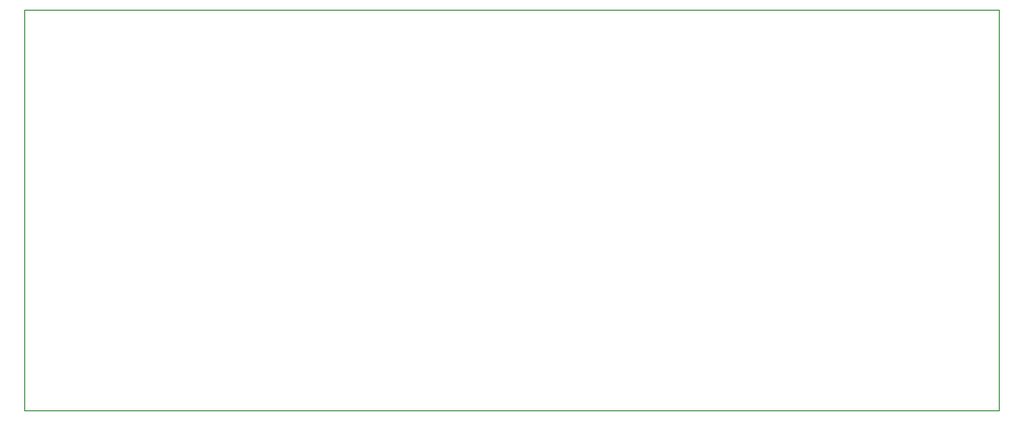
<source format=gbr>
G04 #@! TF.GenerationSoftware,KiCad,Pcbnew,5.1.6+dfsg1-1*
G04 #@! TF.CreationDate,2020-07-15T23:43:31+02:00*
G04 #@! TF.ProjectId,continuity,636f6e74-696e-4756-9974-792e6b696361,rev?*
G04 #@! TF.SameCoordinates,Original*
G04 #@! TF.FileFunction,Profile,NP*
%FSLAX46Y46*%
G04 Gerber Fmt 4.6, Leading zero omitted, Abs format (unit mm)*
G04 Created by KiCad (PCBNEW 5.1.6+dfsg1-1) date 2020-07-15 23:43:31*
%MOMM*%
%LPD*%
G01*
G04 APERTURE LIST*
G04 #@! TA.AperFunction,Profile*
%ADD10C,0.050000*%
G04 #@! TD*
G04 APERTURE END LIST*
D10*
X160000000Y-65000000D02*
X75000000Y-65000000D01*
X160000000Y-100000000D02*
X160000000Y-65000000D01*
X75000000Y-100000000D02*
X160000000Y-100000000D01*
X75000000Y-65000000D02*
X75000000Y-100000000D01*
M02*

</source>
